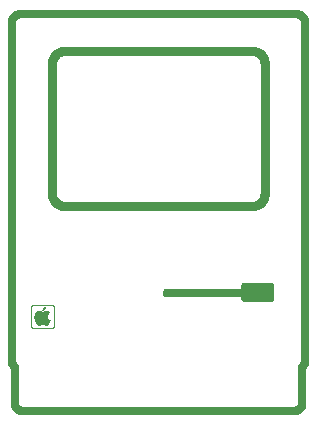
<source format=gbr>
%TF.GenerationSoftware,KiCad,Pcbnew,8.0.4*%
%TF.CreationDate,2024-10-20T23:48:37-07:00*%
%TF.ProjectId,MacSAO,4d616353-414f-42e6-9b69-6361645f7063,rev?*%
%TF.SameCoordinates,Original*%
%TF.FileFunction,Soldermask,Top*%
%TF.FilePolarity,Negative*%
%FSLAX46Y46*%
G04 Gerber Fmt 4.6, Leading zero omitted, Abs format (unit mm)*
G04 Created by KiCad (PCBNEW 8.0.4) date 2024-10-20 23:48:37*
%MOMM*%
%LPD*%
G01*
G04 APERTURE LIST*
%ADD10C,0.000000*%
%ADD11C,0.750000*%
%ADD12C,0.125000*%
%ADD13C,0.700000*%
G04 APERTURE END LIST*
D10*
G36*
X158021686Y-97603135D02*
G01*
X158022422Y-97610858D01*
X158022968Y-97618588D01*
X158023328Y-97626322D01*
X158023504Y-97634058D01*
X158023498Y-97641791D01*
X158023313Y-97649521D01*
X158022952Y-97657242D01*
X158022418Y-97664954D01*
X158021713Y-97672653D01*
X158020839Y-97680336D01*
X158019800Y-97688000D01*
X158017235Y-97703260D01*
X158014040Y-97718411D01*
X158013899Y-97719054D01*
X158013771Y-97719709D01*
X158013535Y-97721032D01*
X158013417Y-97721689D01*
X158013292Y-97722335D01*
X158013157Y-97722965D01*
X158013006Y-97723572D01*
X158012984Y-97723625D01*
X158012957Y-97723682D01*
X158012892Y-97723811D01*
X158012737Y-97724099D01*
X158012659Y-97724247D01*
X158012586Y-97724388D01*
X158012525Y-97724518D01*
X158012500Y-97724576D01*
X158012480Y-97724629D01*
X158012480Y-97725686D01*
X158011521Y-97729359D01*
X158010517Y-97733003D01*
X158009471Y-97736626D01*
X158008385Y-97740233D01*
X158006104Y-97747424D01*
X158003695Y-97754628D01*
X158003639Y-97754823D01*
X158003579Y-97755012D01*
X158003517Y-97755196D01*
X158003452Y-97755375D01*
X158003318Y-97755718D01*
X158003179Y-97756047D01*
X158002906Y-97756671D01*
X158002778Y-97756972D01*
X158002661Y-97757271D01*
X158000135Y-97764322D01*
X157997488Y-97771340D01*
X157994715Y-97778299D01*
X157993280Y-97781750D01*
X157991812Y-97785176D01*
X157991559Y-97785811D01*
X157991292Y-97786496D01*
X157990778Y-97787820D01*
X157990534Y-97788353D01*
X157990278Y-97788882D01*
X157990014Y-97789405D01*
X157989746Y-97789923D01*
X157989215Y-97790945D01*
X157988959Y-97791448D01*
X157988714Y-97791947D01*
X157988662Y-97792046D01*
X157988605Y-97792145D01*
X157988544Y-97792244D01*
X157988479Y-97792343D01*
X157988341Y-97792541D01*
X157988198Y-97792739D01*
X157988055Y-97792938D01*
X157987918Y-97793136D01*
X157987853Y-97793236D01*
X157987792Y-97793335D01*
X157987736Y-97793435D01*
X157987684Y-97793534D01*
X157984737Y-97799822D01*
X157981724Y-97806082D01*
X157978639Y-97812298D01*
X157975474Y-97818452D01*
X157972220Y-97824527D01*
X157968870Y-97830507D01*
X157965415Y-97836373D01*
X157961848Y-97842110D01*
X157961677Y-97842341D01*
X157961498Y-97842569D01*
X157961311Y-97842793D01*
X157961117Y-97843015D01*
X157960715Y-97843454D01*
X157960303Y-97843892D01*
X157959889Y-97844334D01*
X157959485Y-97844785D01*
X157959290Y-97845015D01*
X157959101Y-97845250D01*
X157958919Y-97845489D01*
X157958746Y-97845734D01*
X157954142Y-97852493D01*
X157951813Y-97855816D01*
X157949458Y-97859108D01*
X157947068Y-97862375D01*
X157944637Y-97865623D01*
X157942158Y-97868859D01*
X157939623Y-97872086D01*
X157938059Y-97873673D01*
X157932008Y-97880976D01*
X157925771Y-97888118D01*
X157919355Y-97895095D01*
X157912766Y-97901904D01*
X157906013Y-97908544D01*
X157899101Y-97915011D01*
X157892039Y-97921302D01*
X157884833Y-97927415D01*
X157884312Y-97927884D01*
X157883795Y-97928357D01*
X157882769Y-97929297D01*
X157882256Y-97929756D01*
X157881741Y-97930203D01*
X157881222Y-97930633D01*
X157880697Y-97931042D01*
X157878393Y-97932888D01*
X157876077Y-97934705D01*
X157873747Y-97936503D01*
X157871397Y-97938290D01*
X157868803Y-97940407D01*
X157868273Y-97940407D01*
X157861941Y-97945089D01*
X157855506Y-97949641D01*
X157848972Y-97954056D01*
X157842343Y-97958324D01*
X157835622Y-97962435D01*
X157828813Y-97966381D01*
X157821919Y-97970151D01*
X157814944Y-97973737D01*
X157807891Y-97977130D01*
X157800765Y-97980319D01*
X157793568Y-97983296D01*
X157786304Y-97986051D01*
X157778977Y-97988575D01*
X157771590Y-97990859D01*
X157764147Y-97992893D01*
X157756651Y-97994668D01*
X157750448Y-97996255D01*
X157747451Y-97996605D01*
X157744351Y-97997071D01*
X157737899Y-97998231D01*
X157731209Y-97999502D01*
X157724398Y-98000650D01*
X157720983Y-98001105D01*
X157717581Y-98001443D01*
X157714206Y-98001632D01*
X157710874Y-98001646D01*
X157707598Y-98001454D01*
X157704394Y-98001027D01*
X157701275Y-98000336D01*
X157699752Y-97999883D01*
X157698256Y-97999352D01*
X157698059Y-97999344D01*
X157697862Y-97999343D01*
X157697665Y-97999346D01*
X157697469Y-97999351D01*
X157697080Y-97999359D01*
X157696888Y-97999359D01*
X157696699Y-97999352D01*
X157692045Y-97995724D01*
X157691780Y-97991313D01*
X157691570Y-97986910D01*
X157691417Y-97982514D01*
X157691320Y-97978124D01*
X157691282Y-97973737D01*
X157691301Y-97969352D01*
X157691380Y-97964968D01*
X157691519Y-97960583D01*
X157691716Y-97956187D01*
X157691968Y-97951779D01*
X157692273Y-97947365D01*
X157692633Y-97942952D01*
X157693048Y-97938547D01*
X157693517Y-97934156D01*
X157694041Y-97929787D01*
X157694620Y-97925446D01*
X157694620Y-97924916D01*
X157695260Y-97920648D01*
X157695971Y-97916364D01*
X157696747Y-97912072D01*
X157697580Y-97907782D01*
X157699389Y-97899241D01*
X157701338Y-97890809D01*
X157701338Y-97889752D01*
X157703738Y-97880405D01*
X157706388Y-97871136D01*
X157709282Y-97861950D01*
X157712417Y-97852849D01*
X157715788Y-97843836D01*
X157719388Y-97834913D01*
X157723214Y-97826083D01*
X157727260Y-97817349D01*
X157731521Y-97808713D01*
X157735993Y-97800179D01*
X157740670Y-97791750D01*
X157745548Y-97783427D01*
X157750622Y-97775213D01*
X157755886Y-97767113D01*
X157761336Y-97759127D01*
X157766966Y-97751260D01*
X157767464Y-97750604D01*
X157767977Y-97749965D01*
X157769028Y-97748709D01*
X157769558Y-97748078D01*
X157770083Y-97747437D01*
X157770601Y-97746780D01*
X157770855Y-97746442D01*
X157771105Y-97746098D01*
X157771568Y-97745463D01*
X157772018Y-97744812D01*
X157772897Y-97743489D01*
X157773337Y-97742830D01*
X157773785Y-97742182D01*
X157774244Y-97741550D01*
X157774480Y-97741242D01*
X157774721Y-97740941D01*
X157775449Y-97739976D01*
X157776156Y-97738993D01*
X157777539Y-97737005D01*
X157778230Y-97736018D01*
X157778932Y-97735047D01*
X157779654Y-97734102D01*
X157780024Y-97733641D01*
X157780401Y-97733189D01*
X157785794Y-97726680D01*
X157788509Y-97723470D01*
X157791248Y-97720289D01*
X157794020Y-97717139D01*
X157796833Y-97714018D01*
X157799696Y-97710928D01*
X157802618Y-97707867D01*
X157803152Y-97707337D01*
X157806160Y-97704295D01*
X157809241Y-97701248D01*
X157812382Y-97698209D01*
X157815569Y-97695191D01*
X157818786Y-97692206D01*
X157822018Y-97689267D01*
X157825253Y-97686387D01*
X157828474Y-97683579D01*
X157828542Y-97683527D01*
X157828608Y-97683469D01*
X157828673Y-97683407D01*
X157828737Y-97683341D01*
X157828800Y-97683271D01*
X157828863Y-97683200D01*
X157828986Y-97683052D01*
X157829111Y-97682905D01*
X157829173Y-97682833D01*
X157829237Y-97682763D01*
X157829302Y-97682697D01*
X157829368Y-97682634D01*
X157829435Y-97682575D01*
X157829504Y-97682522D01*
X157831265Y-97681041D01*
X157833050Y-97679590D01*
X157834854Y-97678163D01*
X157836672Y-97676753D01*
X157843973Y-97671143D01*
X157850635Y-97665885D01*
X157852306Y-97664589D01*
X157853988Y-97663307D01*
X157855688Y-97662044D01*
X157857409Y-97660802D01*
X157857600Y-97660691D01*
X157857846Y-97660562D01*
X157858429Y-97660273D01*
X157859018Y-97659984D01*
X157859271Y-97659855D01*
X157859472Y-97659745D01*
X157859605Y-97659612D01*
X157859737Y-97659480D01*
X157859869Y-97659348D01*
X157859934Y-97659282D01*
X157859999Y-97659215D01*
X157863343Y-97656896D01*
X157866709Y-97654607D01*
X157870098Y-97652350D01*
X157873509Y-97650129D01*
X157876944Y-97647945D01*
X157880401Y-97645801D01*
X157883883Y-97643700D01*
X157887388Y-97641644D01*
X157894517Y-97637549D01*
X157901686Y-97633577D01*
X157905300Y-97631648D01*
X157908941Y-97629763D01*
X157912614Y-97627926D01*
X157916327Y-97626141D01*
X157916857Y-97626141D01*
X157917122Y-97625878D01*
X157917253Y-97625745D01*
X157917383Y-97625611D01*
X157921227Y-97623866D01*
X157925115Y-97622196D01*
X157929038Y-97620590D01*
X157932988Y-97619040D01*
X157940941Y-97616068D01*
X157948908Y-97613202D01*
X157951502Y-97612145D01*
X157959903Y-97609334D01*
X157968384Y-97606719D01*
X157976942Y-97604309D01*
X157985573Y-97602112D01*
X157994272Y-97600135D01*
X158003037Y-97598386D01*
X158011865Y-97596875D01*
X158020750Y-97595608D01*
X158020750Y-97595585D01*
X158020751Y-97595562D01*
X158020753Y-97595515D01*
X158020755Y-97595468D01*
X158020758Y-97595421D01*
X158021686Y-97603135D01*
G37*
G36*
X177158652Y-95598974D02*
G01*
X177167180Y-95600250D01*
X177175574Y-95602353D01*
X177183825Y-95605262D01*
X177191923Y-95608957D01*
X177199857Y-95613417D01*
X177207618Y-95618622D01*
X177215196Y-95624553D01*
X177229763Y-95638509D01*
X177243479Y-95655123D01*
X177256264Y-95674233D01*
X177268040Y-95695678D01*
X177278727Y-95719295D01*
X177288246Y-95744924D01*
X177296517Y-95772401D01*
X177303463Y-95801565D01*
X177309003Y-95832255D01*
X177313058Y-95864309D01*
X177315549Y-95897565D01*
X177316397Y-95931861D01*
X177316397Y-96867202D01*
X177316183Y-96884468D01*
X177315549Y-96901492D01*
X177314504Y-96918253D01*
X177313058Y-96934731D01*
X177311221Y-96950907D01*
X177309003Y-96966759D01*
X177306413Y-96982269D01*
X177303463Y-96997416D01*
X177300161Y-97012180D01*
X177296517Y-97026541D01*
X177292542Y-97040480D01*
X177288246Y-97053975D01*
X177283637Y-97067007D01*
X177278727Y-97079556D01*
X177273524Y-97091602D01*
X177268040Y-97103125D01*
X177262283Y-97114105D01*
X177256264Y-97124521D01*
X177249993Y-97134355D01*
X177243479Y-97143585D01*
X177236732Y-97152191D01*
X177229763Y-97160155D01*
X177222581Y-97167455D01*
X177215196Y-97174072D01*
X177207618Y-97179985D01*
X177199857Y-97185175D01*
X177191923Y-97189621D01*
X177183825Y-97193304D01*
X177175574Y-97196203D01*
X177167180Y-97198299D01*
X177158652Y-97199571D01*
X177150000Y-97200000D01*
X174697458Y-97200000D01*
X174688788Y-97199570D01*
X174680208Y-97198293D01*
X174671730Y-97196190D01*
X174663365Y-97193282D01*
X174655127Y-97189587D01*
X174647027Y-97185127D01*
X174639078Y-97179921D01*
X174631291Y-97173990D01*
X174616255Y-97160034D01*
X174602015Y-97143419D01*
X174588670Y-97124309D01*
X174576315Y-97102864D01*
X174565050Y-97079247D01*
X174554971Y-97053619D01*
X174546176Y-97026141D01*
X174538761Y-96996977D01*
X174532825Y-96966287D01*
X174528464Y-96934234D01*
X174525776Y-96900978D01*
X174524859Y-96866683D01*
X174524859Y-96815524D01*
X168099413Y-96815524D01*
X168089656Y-96815161D01*
X168080051Y-96814083D01*
X168070609Y-96812307D01*
X168061339Y-96809850D01*
X168052252Y-96806730D01*
X168043359Y-96802962D01*
X168034669Y-96798565D01*
X168026194Y-96793556D01*
X168017943Y-96787951D01*
X168009926Y-96781767D01*
X168002155Y-96775022D01*
X167994639Y-96767733D01*
X167980415Y-96751589D01*
X167967337Y-96733473D01*
X167955488Y-96713520D01*
X167944950Y-96691866D01*
X167935806Y-96668649D01*
X167928139Y-96644005D01*
X167922032Y-96618070D01*
X167917568Y-96590981D01*
X167914828Y-96562874D01*
X167913897Y-96533885D01*
X167913897Y-96424849D01*
X167914131Y-96410253D01*
X167914828Y-96395861D01*
X167915977Y-96381688D01*
X167917568Y-96367753D01*
X167919590Y-96354073D01*
X167922032Y-96340664D01*
X167924886Y-96327544D01*
X167928139Y-96314729D01*
X167931783Y-96302237D01*
X167935806Y-96290085D01*
X167940199Y-96278289D01*
X167944950Y-96266868D01*
X167950050Y-96255837D01*
X167955488Y-96245215D01*
X167961254Y-96235017D01*
X167967337Y-96225262D01*
X167973728Y-96215965D01*
X167980415Y-96207145D01*
X167987389Y-96198818D01*
X167994639Y-96191001D01*
X168002155Y-96183712D01*
X168009926Y-96176967D01*
X168017943Y-96170783D01*
X168026194Y-96165178D01*
X168034669Y-96160169D01*
X168043359Y-96155772D01*
X168052252Y-96152005D01*
X168061339Y-96148884D01*
X168070609Y-96146427D01*
X168080051Y-96144652D01*
X168089656Y-96143573D01*
X168099413Y-96143210D01*
X174524859Y-96143210D01*
X174524859Y-95938056D01*
X174525068Y-95921637D01*
X174525690Y-95905442D01*
X174526714Y-95889488D01*
X174528130Y-95873792D01*
X174529926Y-95858371D01*
X174532093Y-95843241D01*
X174534620Y-95828419D01*
X174537496Y-95813923D01*
X174540710Y-95799769D01*
X174544254Y-95785974D01*
X174548115Y-95772554D01*
X174552283Y-95759527D01*
X174556749Y-95746909D01*
X174561500Y-95734717D01*
X174566528Y-95722969D01*
X174571821Y-95711680D01*
X174577369Y-95700868D01*
X174583161Y-95690549D01*
X174589187Y-95680741D01*
X174595436Y-95671459D01*
X174601898Y-95662722D01*
X174608562Y-95654546D01*
X174615419Y-95646947D01*
X174622456Y-95639943D01*
X174629664Y-95633550D01*
X174637033Y-95627785D01*
X174644552Y-95622665D01*
X174652209Y-95618207D01*
X174659996Y-95614428D01*
X174667901Y-95611344D01*
X174675913Y-95608972D01*
X174684023Y-95607329D01*
X174686347Y-95606319D01*
X174688681Y-95605364D01*
X174691025Y-95604465D01*
X174693378Y-95603623D01*
X174695740Y-95602841D01*
X174698112Y-95602119D01*
X174700492Y-95601459D01*
X174702881Y-95600862D01*
X174705278Y-95600331D01*
X174707683Y-95599865D01*
X174710095Y-95599468D01*
X174712516Y-95599139D01*
X174714943Y-95598881D01*
X174717377Y-95598695D01*
X174719818Y-95598582D01*
X174722265Y-95598544D01*
X177150000Y-95598544D01*
X177158652Y-95598974D01*
G37*
D11*
X175511484Y-75985570D02*
X175565009Y-75989454D01*
X175617712Y-75995853D01*
X175669532Y-76004703D01*
X175720404Y-76015943D01*
X175770266Y-76029511D01*
X175819053Y-76045346D01*
X175866702Y-76063385D01*
X175913151Y-76083566D01*
X175958336Y-76105827D01*
X176002193Y-76130108D01*
X176044659Y-76156344D01*
X176085671Y-76184476D01*
X176125166Y-76214440D01*
X176163080Y-76246176D01*
X176199349Y-76279620D01*
X176233911Y-76314711D01*
X176266703Y-76351388D01*
X176297660Y-76389587D01*
X176326720Y-76429248D01*
X176353818Y-76470309D01*
X176378893Y-76512707D01*
X176401880Y-76556380D01*
X176422717Y-76601267D01*
X176441339Y-76647306D01*
X176457684Y-76694435D01*
X176471687Y-76742592D01*
X176483287Y-76791714D01*
X176492420Y-76841741D01*
X176499021Y-76892610D01*
X176503028Y-76944259D01*
X176504378Y-76996627D01*
X176504378Y-88084006D01*
X176503028Y-88136390D01*
X176499021Y-88188089D01*
X176492420Y-88239039D01*
X176483287Y-88289176D01*
X176471687Y-88338436D01*
X176457684Y-88386755D01*
X176441339Y-88434068D01*
X176422717Y-88480311D01*
X176401880Y-88525420D01*
X176378893Y-88569332D01*
X176353818Y-88611982D01*
X176326720Y-88653305D01*
X176297660Y-88693238D01*
X176266703Y-88731716D01*
X176233911Y-88768675D01*
X176199349Y-88804052D01*
X176163080Y-88837782D01*
X176125166Y-88869800D01*
X176085671Y-88900043D01*
X176044659Y-88928447D01*
X176002193Y-88954947D01*
X175958336Y-88979479D01*
X175913151Y-89001979D01*
X175866702Y-89022384D01*
X175819053Y-89040628D01*
X175770266Y-89056647D01*
X175720404Y-89070378D01*
X175669532Y-89081757D01*
X175617712Y-89090718D01*
X175565009Y-89097199D01*
X175511484Y-89101134D01*
X175457202Y-89102460D01*
X159566546Y-89102460D01*
X159512247Y-89101134D01*
X159458672Y-89097199D01*
X159405886Y-89090718D01*
X159353956Y-89081757D01*
X159302946Y-89070378D01*
X159252923Y-89056647D01*
X159203952Y-89040628D01*
X159156098Y-89022384D01*
X159109427Y-89001979D01*
X159064005Y-88979479D01*
X159019896Y-88954947D01*
X158977168Y-88928447D01*
X158935885Y-88900043D01*
X158896112Y-88869800D01*
X158857916Y-88837782D01*
X158821362Y-88804052D01*
X158786515Y-88768675D01*
X158753441Y-88731716D01*
X158722206Y-88693238D01*
X158692876Y-88653305D01*
X158665514Y-88611982D01*
X158640188Y-88569332D01*
X158616963Y-88525420D01*
X158595905Y-88480311D01*
X158577078Y-88434068D01*
X158560549Y-88386755D01*
X158546383Y-88338436D01*
X158534645Y-88289176D01*
X158525402Y-88239039D01*
X158518719Y-88188089D01*
X158514660Y-88136390D01*
X158513293Y-88084006D01*
X158513293Y-76996627D01*
X158514491Y-76947496D01*
X158518049Y-76898965D01*
X158523913Y-76851089D01*
X158532030Y-76803920D01*
X158542347Y-76757509D01*
X158554810Y-76711911D01*
X158569366Y-76667178D01*
X158585961Y-76623363D01*
X158604541Y-76580518D01*
X158625054Y-76538696D01*
X158647445Y-76497950D01*
X158671662Y-76458333D01*
X158697651Y-76419898D01*
X158725358Y-76382696D01*
X158754730Y-76346782D01*
X158785714Y-76312207D01*
X158818255Y-76279025D01*
X158852301Y-76247288D01*
X158887798Y-76217049D01*
X158924693Y-76188360D01*
X158962932Y-76161275D01*
X159002461Y-76135847D01*
X159043228Y-76112127D01*
X159085178Y-76090170D01*
X159128259Y-76070026D01*
X159172416Y-76051750D01*
X159217597Y-76035394D01*
X159263748Y-76021011D01*
X159310815Y-76008654D01*
X159358745Y-75998374D01*
X159407485Y-75990226D01*
X159456981Y-75984262D01*
X175457202Y-75984262D01*
X175511484Y-75985570D01*
D10*
G36*
X158036754Y-97970267D02*
G01*
X158036740Y-97970273D01*
X158036711Y-97970286D01*
X158036684Y-97970299D01*
X158036658Y-97970311D01*
X158044820Y-97970431D01*
X158052988Y-97970728D01*
X158061156Y-97971197D01*
X158069318Y-97971836D01*
X158077466Y-97972639D01*
X158085595Y-97973604D01*
X158093697Y-97974725D01*
X158101767Y-97975999D01*
X158106421Y-97977055D01*
X158114172Y-97978116D01*
X158114301Y-97978163D01*
X158114430Y-97978208D01*
X158114687Y-97978289D01*
X158114943Y-97978361D01*
X158115200Y-97978425D01*
X158115457Y-97978483D01*
X158115714Y-97978537D01*
X158116228Y-97978642D01*
X158116556Y-97978733D01*
X158116881Y-97978811D01*
X158117204Y-97978878D01*
X158117527Y-97978939D01*
X158118173Y-97979051D01*
X158118499Y-97979109D01*
X158118826Y-97979172D01*
X158122973Y-97980077D01*
X158127116Y-97980954D01*
X158131249Y-97981847D01*
X158135363Y-97982796D01*
X158138365Y-97983576D01*
X158141355Y-97984402D01*
X158144334Y-97985269D01*
X158147303Y-97986171D01*
X158153224Y-97988060D01*
X158159132Y-97990021D01*
X158159300Y-97990074D01*
X158159466Y-97990131D01*
X158159631Y-97990194D01*
X158159795Y-97990260D01*
X158160118Y-97990401D01*
X158160440Y-97990548D01*
X158160760Y-97990696D01*
X158161081Y-97990837D01*
X158161242Y-97990904D01*
X158161403Y-97990967D01*
X158161566Y-97991025D01*
X158161730Y-97991078D01*
X158163126Y-97991551D01*
X158164546Y-97992050D01*
X158167425Y-97993102D01*
X158173098Y-97995206D01*
X158173624Y-97995206D01*
X158173689Y-97995253D01*
X158173754Y-97995297D01*
X158173819Y-97995339D01*
X158173884Y-97995379D01*
X158173949Y-97995417D01*
X158174013Y-97995452D01*
X158174078Y-97995486D01*
X158174143Y-97995517D01*
X158174272Y-97995577D01*
X158174400Y-97995632D01*
X158174529Y-97995683D01*
X158174658Y-97995732D01*
X158182409Y-97998376D01*
X158182936Y-97998376D01*
X158187586Y-98000493D01*
X158192706Y-98002597D01*
X158197770Y-98004749D01*
X158202785Y-98006956D01*
X158207759Y-98009227D01*
X158212698Y-98011568D01*
X158217610Y-98013987D01*
X158222500Y-98016493D01*
X158227377Y-98019093D01*
X158228946Y-98019961D01*
X158230508Y-98020852D01*
X158233612Y-98022679D01*
X158236699Y-98024526D01*
X158239779Y-98026345D01*
X158244758Y-98029347D01*
X158249693Y-98032409D01*
X158254579Y-98035542D01*
X158259413Y-98038754D01*
X158259947Y-98038754D01*
X158262007Y-98040341D01*
X158262106Y-98040393D01*
X158262206Y-98040451D01*
X158262305Y-98040513D01*
X158262404Y-98040580D01*
X158262601Y-98040721D01*
X158262797Y-98040868D01*
X158262992Y-98041015D01*
X158263186Y-98041157D01*
X158263282Y-98041224D01*
X158263377Y-98041286D01*
X158263473Y-98041345D01*
X158263567Y-98041398D01*
X158263699Y-98041531D01*
X158263831Y-98041663D01*
X158264097Y-98041928D01*
X158264628Y-98042454D01*
X158266995Y-98044125D01*
X158269354Y-98045821D01*
X158274037Y-98049279D01*
X158278665Y-98052811D01*
X158283228Y-98056401D01*
X158289432Y-98061388D01*
X158292526Y-98063912D01*
X158295601Y-98066464D01*
X158298648Y-98069049D01*
X158301656Y-98071673D01*
X158304615Y-98074342D01*
X158307516Y-98077061D01*
X158309393Y-98078877D01*
X158311237Y-98080711D01*
X158313057Y-98082563D01*
X158314857Y-98084431D01*
X158318423Y-98088210D01*
X158321985Y-98092038D01*
X158323035Y-98093189D01*
X158324068Y-98094345D01*
X158325094Y-98095511D01*
X158326124Y-98096692D01*
X158327941Y-98097943D01*
X158329651Y-98099214D01*
X158331258Y-98100504D01*
X158332764Y-98101812D01*
X158334170Y-98103136D01*
X158335479Y-98104475D01*
X158336694Y-98105828D01*
X158337815Y-98107193D01*
X158338846Y-98108569D01*
X158339787Y-98109954D01*
X158340643Y-98111348D01*
X158341414Y-98112748D01*
X158342102Y-98114154D01*
X158342710Y-98115563D01*
X158343241Y-98116976D01*
X158343695Y-98118390D01*
X158346619Y-98122231D01*
X158349488Y-98126040D01*
X158350901Y-98127958D01*
X158352302Y-98129899D01*
X158353689Y-98131874D01*
X158355063Y-98133893D01*
X158353414Y-98136518D01*
X158351736Y-98139072D01*
X158350028Y-98141554D01*
X158348290Y-98143965D01*
X158346522Y-98146305D01*
X158344725Y-98148574D01*
X158342897Y-98150774D01*
X158341039Y-98152904D01*
X158339152Y-98154965D01*
X158337234Y-98156957D01*
X158335286Y-98158880D01*
X158333307Y-98160735D01*
X158331299Y-98162522D01*
X158329260Y-98164242D01*
X158327190Y-98165895D01*
X158325091Y-98167481D01*
X158323715Y-98168471D01*
X158322320Y-98169439D01*
X158320911Y-98170382D01*
X158319488Y-98171301D01*
X158318056Y-98172193D01*
X158316615Y-98173058D01*
X158315170Y-98173895D01*
X158313723Y-98174702D01*
X158313189Y-98174702D01*
X158310114Y-98176223D01*
X158308548Y-98177008D01*
X158306990Y-98177800D01*
X158306887Y-98177852D01*
X158306787Y-98177911D01*
X158306688Y-98177974D01*
X158306591Y-98178041D01*
X158306495Y-98178111D01*
X158306400Y-98178184D01*
X158306211Y-98178333D01*
X158306022Y-98178481D01*
X158305927Y-98178553D01*
X158305831Y-98178622D01*
X158305733Y-98178688D01*
X158305634Y-98178750D01*
X158305533Y-98178806D01*
X158305430Y-98178857D01*
X158291768Y-98192060D01*
X158278531Y-98205645D01*
X158272111Y-98212607D01*
X158265843Y-98219694D01*
X158259743Y-98226918D01*
X158253828Y-98234289D01*
X158248112Y-98241817D01*
X158242611Y-98249513D01*
X158237340Y-98257386D01*
X158232316Y-98265447D01*
X158227554Y-98273707D01*
X158223069Y-98282175D01*
X158218878Y-98290862D01*
X158214995Y-98299779D01*
X158205728Y-98322099D01*
X158198023Y-98344984D01*
X158191863Y-98368337D01*
X158187230Y-98392061D01*
X158184107Y-98416059D01*
X158182477Y-98440234D01*
X158182322Y-98464487D01*
X158183625Y-98488723D01*
X158186368Y-98512844D01*
X158190535Y-98536752D01*
X158196108Y-98560351D01*
X158203069Y-98583543D01*
X158211401Y-98606231D01*
X158221087Y-98628318D01*
X158232110Y-98649707D01*
X158244452Y-98670300D01*
X158248605Y-98676471D01*
X158252918Y-98682499D01*
X158257386Y-98688390D01*
X158262000Y-98694145D01*
X158266757Y-98699770D01*
X158271648Y-98705267D01*
X158276668Y-98710640D01*
X158281810Y-98715892D01*
X158287070Y-98721029D01*
X158292439Y-98726052D01*
X158297912Y-98730965D01*
X158303482Y-98735773D01*
X158309144Y-98740478D01*
X158314892Y-98745085D01*
X158326616Y-98754018D01*
X158332235Y-98756739D01*
X158337659Y-98759548D01*
X158342874Y-98762447D01*
X158345399Y-98763930D01*
X158347868Y-98765435D01*
X158350278Y-98766963D01*
X158352628Y-98768514D01*
X158354916Y-98770088D01*
X158357141Y-98771685D01*
X158359300Y-98773305D01*
X158361394Y-98774948D01*
X158363419Y-98776615D01*
X158365374Y-98778306D01*
X158366741Y-98778955D01*
X158368073Y-98779613D01*
X158369370Y-98780281D01*
X158370631Y-98780961D01*
X158371858Y-98781651D01*
X158373048Y-98782354D01*
X158374203Y-98783069D01*
X158375322Y-98783797D01*
X158376404Y-98784540D01*
X158377450Y-98785297D01*
X158378459Y-98786070D01*
X158379431Y-98786858D01*
X158380366Y-98787663D01*
X158381263Y-98788486D01*
X158382123Y-98789326D01*
X158382944Y-98790185D01*
X158387206Y-98792655D01*
X158391456Y-98795151D01*
X158395714Y-98797617D01*
X158397852Y-98798822D01*
X158400000Y-98800000D01*
X158399685Y-98802079D01*
X158399345Y-98804153D01*
X158398595Y-98808287D01*
X158397773Y-98812412D01*
X158396898Y-98816537D01*
X158397337Y-98818323D01*
X158397679Y-98820146D01*
X158397921Y-98822006D01*
X158398061Y-98823904D01*
X158398095Y-98825843D01*
X158398021Y-98827822D01*
X158397837Y-98829843D01*
X158397538Y-98831907D01*
X158397122Y-98834016D01*
X158396587Y-98836171D01*
X158395929Y-98838373D01*
X158395145Y-98840622D01*
X158394233Y-98842921D01*
X158393189Y-98845270D01*
X158392011Y-98847671D01*
X158390696Y-98850125D01*
X158390033Y-98852806D01*
X158389268Y-98855516D01*
X158388402Y-98858253D01*
X158387435Y-98861017D01*
X158386366Y-98863807D01*
X158385196Y-98866624D01*
X158383925Y-98869466D01*
X158382554Y-98872334D01*
X158381081Y-98875226D01*
X158379508Y-98878142D01*
X158377834Y-98881082D01*
X158376060Y-98884045D01*
X158374185Y-98887030D01*
X158372210Y-98890038D01*
X158370135Y-98893068D01*
X158367960Y-98896119D01*
X158367689Y-98896701D01*
X158367432Y-98897279D01*
X158366937Y-98898434D01*
X158366438Y-98899595D01*
X158366175Y-98900181D01*
X158365896Y-98900773D01*
X158361143Y-98910406D01*
X158356213Y-98920110D01*
X158351087Y-98929834D01*
X158348444Y-98934689D01*
X158345743Y-98939530D01*
X158345213Y-98940060D01*
X158342514Y-98946911D01*
X158339672Y-98953709D01*
X158336691Y-98960433D01*
X158333576Y-98967064D01*
X158330334Y-98973581D01*
X158326969Y-98979965D01*
X158323486Y-98986196D01*
X158319891Y-98992253D01*
X158317086Y-98997661D01*
X158315641Y-99000310D01*
X158314164Y-99002918D01*
X158312655Y-99005484D01*
X158311112Y-99008002D01*
X158309535Y-99010472D01*
X158307921Y-99012889D01*
X158306269Y-99015250D01*
X158304578Y-99017553D01*
X158302847Y-99019795D01*
X158301074Y-99021972D01*
X158299258Y-99024082D01*
X158297397Y-99026121D01*
X158295490Y-99028087D01*
X158293535Y-99029977D01*
X158288054Y-99038532D01*
X158282466Y-99047029D01*
X158276777Y-99055464D01*
X158270993Y-99063835D01*
X158265121Y-99072141D01*
X158259165Y-99080378D01*
X158253131Y-99088545D01*
X158247027Y-99096638D01*
X158236671Y-99110818D01*
X158226039Y-99124733D01*
X158215087Y-99138317D01*
X158209478Y-99144964D01*
X158203772Y-99151504D01*
X158197965Y-99157928D01*
X158192051Y-99164228D01*
X158186024Y-99170395D01*
X158179879Y-99176422D01*
X158173610Y-99182300D01*
X158167213Y-99188020D01*
X158160681Y-99193575D01*
X158154009Y-99198956D01*
X158153096Y-99199789D01*
X158152194Y-99200636D01*
X158150406Y-99202349D01*
X158149511Y-99203203D01*
X158148611Y-99204046D01*
X158147701Y-99204875D01*
X158146776Y-99205682D01*
X158142157Y-99209453D01*
X158137446Y-99213055D01*
X158132647Y-99216488D01*
X158127765Y-99219752D01*
X158122804Y-99222849D01*
X158117766Y-99225778D01*
X158112657Y-99228540D01*
X158107480Y-99231136D01*
X158102239Y-99233566D01*
X158096939Y-99235832D01*
X158091582Y-99237932D01*
X158086172Y-99239869D01*
X158080715Y-99241642D01*
X158075213Y-99243253D01*
X158069671Y-99244701D01*
X158064093Y-99245988D01*
X158059263Y-99247190D01*
X158054449Y-99248223D01*
X158049651Y-99249089D01*
X158044868Y-99249796D01*
X158040101Y-99250347D01*
X158035349Y-99250747D01*
X158030613Y-99251002D01*
X158025892Y-99251117D01*
X158021185Y-99251096D01*
X158016493Y-99250945D01*
X158011816Y-99250668D01*
X158007154Y-99250270D01*
X158002506Y-99249757D01*
X157997872Y-99249133D01*
X157993252Y-99248404D01*
X157988646Y-99247575D01*
X157979859Y-99246166D01*
X157971115Y-99244420D01*
X157962428Y-99242339D01*
X157953816Y-99239922D01*
X157945294Y-99237170D01*
X157936879Y-99234084D01*
X157932716Y-99232415D01*
X157928586Y-99230664D01*
X157924490Y-99228829D01*
X157920431Y-99226910D01*
X157881605Y-99211662D01*
X157871846Y-99207971D01*
X157862060Y-99204427D01*
X157852246Y-99201078D01*
X157842402Y-99197972D01*
X157833265Y-99195855D01*
X157824051Y-99193983D01*
X157814774Y-99192352D01*
X157805450Y-99190956D01*
X157796094Y-99189791D01*
X157786721Y-99188851D01*
X157777348Y-99188133D01*
X157767988Y-99187630D01*
X157767146Y-99187652D01*
X157766305Y-99187646D01*
X157764628Y-99187595D01*
X157763790Y-99187570D01*
X157762952Y-99187561D01*
X157762112Y-99187578D01*
X157761692Y-99187599D01*
X157761271Y-99187630D01*
X157760229Y-99187522D01*
X157759192Y-99187437D01*
X157758158Y-99187371D01*
X157757127Y-99187317D01*
X157755066Y-99187221D01*
X157754035Y-99187166D01*
X157753000Y-99187100D01*
X157741294Y-99187310D01*
X157729585Y-99187877D01*
X157717886Y-99188796D01*
X157706208Y-99190060D01*
X157694567Y-99191666D01*
X157682973Y-99193608D01*
X157671441Y-99195881D01*
X157659983Y-99198479D01*
X157649117Y-99201816D01*
X157638323Y-99205431D01*
X157627586Y-99209272D01*
X157616891Y-99213285D01*
X157574202Y-99230004D01*
X157572646Y-99230753D01*
X157571095Y-99231524D01*
X157567999Y-99233102D01*
X157562226Y-99235531D01*
X157556376Y-99237805D01*
X157550454Y-99239930D01*
X157544465Y-99241914D01*
X157538415Y-99243766D01*
X157532307Y-99245493D01*
X157526148Y-99247103D01*
X157519942Y-99248604D01*
X157518260Y-99249194D01*
X157516583Y-99249760D01*
X157515744Y-99250026D01*
X157514905Y-99250277D01*
X157514065Y-99250508D01*
X157513224Y-99250718D01*
X157512586Y-99250808D01*
X157511941Y-99250885D01*
X157511292Y-99250951D01*
X157510641Y-99251010D01*
X157509339Y-99251122D01*
X157508694Y-99251181D01*
X157508055Y-99251248D01*
X157501900Y-99252317D01*
X157495722Y-99253224D01*
X157489526Y-99253971D01*
X157483316Y-99254561D01*
X157477098Y-99254994D01*
X157470876Y-99255273D01*
X157464657Y-99255400D01*
X157458445Y-99255376D01*
X157456775Y-99255362D01*
X157455094Y-99255323D01*
X157451717Y-99255192D01*
X157445009Y-99254845D01*
X157444815Y-99254841D01*
X157444622Y-99254827D01*
X157444429Y-99254805D01*
X157444236Y-99254777D01*
X157444044Y-99254743D01*
X157443852Y-99254705D01*
X157443467Y-99254619D01*
X157443082Y-99254528D01*
X157442694Y-99254441D01*
X157442499Y-99254402D01*
X157442303Y-99254367D01*
X157442106Y-99254338D01*
X157441908Y-99254315D01*
X157437092Y-99253969D01*
X157432299Y-99253544D01*
X157427532Y-99253010D01*
X157422793Y-99252335D01*
X157418086Y-99251487D01*
X157415746Y-99250988D01*
X157413414Y-99250435D01*
X157411092Y-99249823D01*
X157408779Y-99249148D01*
X157406477Y-99248406D01*
X157404185Y-99247594D01*
X157401741Y-99246523D01*
X157399315Y-99245416D01*
X157396904Y-99244277D01*
X157394509Y-99243113D01*
X157389761Y-99240729D01*
X157385065Y-99238309D01*
X157384531Y-99238309D01*
X157383196Y-99237589D01*
X157381890Y-99236845D01*
X157380604Y-99236080D01*
X157379330Y-99235300D01*
X157376787Y-99233712D01*
X157374197Y-99232117D01*
X157373289Y-99231611D01*
X157372380Y-99231116D01*
X157370565Y-99230134D01*
X157369659Y-99229631D01*
X157368757Y-99229111D01*
X157367857Y-99228567D01*
X157366961Y-99227990D01*
X157366438Y-99227460D01*
X157362134Y-99224832D01*
X157357816Y-99222166D01*
X157355671Y-99220810D01*
X157353545Y-99219436D01*
X157351447Y-99218038D01*
X157349383Y-99216614D01*
X157349322Y-99216568D01*
X157349260Y-99216525D01*
X157349197Y-99216487D01*
X157349132Y-99216452D01*
X157349066Y-99216419D01*
X157349000Y-99216389D01*
X157348866Y-99216334D01*
X157348732Y-99216280D01*
X157348599Y-99216223D01*
X157348535Y-99216193D01*
X157348471Y-99216160D01*
X157348409Y-99216124D01*
X157348349Y-99216084D01*
X157347806Y-99215691D01*
X157347273Y-99215288D01*
X157346227Y-99214459D01*
X157345202Y-99213606D01*
X157344190Y-99212741D01*
X157342166Y-99211014D01*
X157341136Y-99210173D01*
X157340613Y-99209764D01*
X157340082Y-99209363D01*
X157338005Y-99207811D01*
X157335926Y-99206275D01*
X157333857Y-99204735D01*
X157332831Y-99203956D01*
X157331812Y-99203168D01*
X157328753Y-99200693D01*
X157325722Y-99198188D01*
X157322717Y-99195653D01*
X157319737Y-99193086D01*
X157316781Y-99190489D01*
X157313847Y-99187860D01*
X157310935Y-99185199D01*
X157308043Y-99182507D01*
X157307056Y-99181568D01*
X157306079Y-99180619D01*
X157304146Y-99178690D01*
X157300291Y-99174756D01*
X157293276Y-99167729D01*
X157289801Y-99164165D01*
X157286353Y-99160567D01*
X157282936Y-99156934D01*
X157279552Y-99153265D01*
X157276207Y-99149560D01*
X157272902Y-99145817D01*
X157270838Y-99143700D01*
X157264219Y-99135898D01*
X157257723Y-99127962D01*
X157251337Y-99119913D01*
X157245053Y-99111767D01*
X157238859Y-99103544D01*
X157232745Y-99095261D01*
X157220713Y-99078587D01*
X157220406Y-99078216D01*
X157220084Y-99077839D01*
X157219416Y-99077069D01*
X157219079Y-99076678D01*
X157218747Y-99076285D01*
X157218426Y-99075890D01*
X157218119Y-99075494D01*
X157212465Y-99067462D01*
X157206915Y-99059484D01*
X157195902Y-99043454D01*
X157195125Y-99043457D01*
X157194349Y-99043451D01*
X157193574Y-99043446D01*
X157193187Y-99043448D01*
X157192801Y-99043454D01*
X157184530Y-99030011D01*
X157183000Y-99027513D01*
X157181496Y-99025004D01*
X157178538Y-99019961D01*
X157172648Y-99009850D01*
X157172575Y-99009702D01*
X157172506Y-99009554D01*
X157172375Y-99009261D01*
X157172133Y-99008695D01*
X157172013Y-99008429D01*
X157171952Y-99008301D01*
X157171890Y-99008178D01*
X157171826Y-99008060D01*
X157171760Y-99007946D01*
X157171690Y-99007839D01*
X157171618Y-99007737D01*
X157170054Y-99005620D01*
X157169391Y-99004457D01*
X157168747Y-99003303D01*
X157167460Y-99000966D01*
X157166420Y-98999446D01*
X157166156Y-98999054D01*
X157165896Y-98998660D01*
X157165643Y-98998265D01*
X157165400Y-98997868D01*
X157165224Y-98997557D01*
X157165053Y-98997241D01*
X157164726Y-98996593D01*
X157164410Y-98995933D01*
X157164101Y-98995268D01*
X157163792Y-98994605D01*
X157163476Y-98993952D01*
X157163148Y-98993317D01*
X157162978Y-98993008D01*
X157162802Y-98992707D01*
X157154805Y-98979370D01*
X157147005Y-98965916D01*
X157143203Y-98959128D01*
X157139481Y-98952292D01*
X157135848Y-98945400D01*
X157132315Y-98938447D01*
X157132230Y-98938262D01*
X157132153Y-98938076D01*
X157132084Y-98937888D01*
X157132020Y-98937698D01*
X157131905Y-98937316D01*
X157131800Y-98936928D01*
X157131695Y-98936538D01*
X157131580Y-98936144D01*
X157131516Y-98935947D01*
X157131447Y-98935749D01*
X157131370Y-98935551D01*
X157131285Y-98935353D01*
X157126192Y-98926457D01*
X157121313Y-98917622D01*
X157116706Y-98908879D01*
X157112429Y-98900259D01*
X157108539Y-98891795D01*
X157106756Y-98887632D01*
X157105093Y-98883519D01*
X157103554Y-98879462D01*
X157102149Y-98875463D01*
X157100883Y-98871527D01*
X157099764Y-98867657D01*
X157088165Y-98839846D01*
X157077310Y-98811734D01*
X157067235Y-98783343D01*
X157057974Y-98754694D01*
X157049563Y-98725812D01*
X157042038Y-98696716D01*
X157035434Y-98667431D01*
X157029786Y-98637977D01*
X157025130Y-98608377D01*
X157021502Y-98578653D01*
X157018936Y-98548828D01*
X157017467Y-98518922D01*
X157017133Y-98488960D01*
X157017967Y-98458962D01*
X157020005Y-98428951D01*
X157023283Y-98398949D01*
X157025402Y-98383248D01*
X157027977Y-98367545D01*
X157031007Y-98351862D01*
X157034488Y-98336221D01*
X157038419Y-98320644D01*
X157042798Y-98305151D01*
X157047620Y-98289766D01*
X157052885Y-98274509D01*
X157058589Y-98259403D01*
X157064730Y-98244468D01*
X157071305Y-98229727D01*
X157078313Y-98215202D01*
X157085750Y-98200914D01*
X157093614Y-98186884D01*
X157101903Y-98173135D01*
X157110613Y-98159688D01*
X157111756Y-98157858D01*
X157112919Y-98156048D01*
X157115267Y-98152466D01*
X157116166Y-98151157D01*
X157117061Y-98149836D01*
X157117510Y-98149182D01*
X157117963Y-98148539D01*
X157118420Y-98147912D01*
X157118883Y-98147305D01*
X157123231Y-98140998D01*
X157127705Y-98134797D01*
X157132304Y-98128702D01*
X157137024Y-98122714D01*
X157141866Y-98116835D01*
X157146827Y-98111063D01*
X157151905Y-98105401D01*
X157157098Y-98099849D01*
X157162405Y-98094407D01*
X157167825Y-98089076D01*
X157173354Y-98083857D01*
X157178993Y-98078750D01*
X157184738Y-98073755D01*
X157190588Y-98068875D01*
X157196542Y-98064108D01*
X157202597Y-98059457D01*
X157202760Y-98059311D01*
X157202923Y-98059172D01*
X157203248Y-98058905D01*
X157203571Y-98058650D01*
X157203894Y-98058401D01*
X157204217Y-98058151D01*
X157204540Y-98057895D01*
X157204864Y-98057627D01*
X157205027Y-98057486D01*
X157205191Y-98057339D01*
X157205721Y-98057339D01*
X157205851Y-98057208D01*
X157205983Y-98057076D01*
X157206248Y-98056813D01*
X157206768Y-98056442D01*
X157207284Y-98056064D01*
X157208312Y-98055293D01*
X157210383Y-98053715D01*
X157223073Y-98044631D01*
X157229559Y-98040272D01*
X157236140Y-98036040D01*
X157242815Y-98031938D01*
X157249585Y-98027969D01*
X157256449Y-98024137D01*
X157263408Y-98020446D01*
X157270463Y-98016897D01*
X157277612Y-98013496D01*
X157284857Y-98010244D01*
X157292198Y-98007146D01*
X157299634Y-98004204D01*
X157307167Y-98001423D01*
X157314795Y-97998805D01*
X157322520Y-97996354D01*
X157330180Y-97993789D01*
X157337865Y-97991439D01*
X157345573Y-97989300D01*
X157353301Y-97987368D01*
X157361049Y-97985639D01*
X157368814Y-97984108D01*
X157376595Y-97982771D01*
X157384390Y-97981625D01*
X157392198Y-97980664D01*
X157400016Y-97979885D01*
X157407844Y-97979282D01*
X157415679Y-97978853D01*
X157431365Y-97978498D01*
X157447062Y-97978783D01*
X157447387Y-97978789D01*
X157447711Y-97978804D01*
X157448036Y-97978829D01*
X157448359Y-97978860D01*
X157449005Y-97978940D01*
X157449650Y-97979033D01*
X157450294Y-97979127D01*
X157450938Y-97979213D01*
X157451582Y-97979279D01*
X157451904Y-97979301D01*
X157452227Y-97979314D01*
X157467043Y-97979977D01*
X157481809Y-97981221D01*
X157496510Y-97983056D01*
X157503832Y-97984200D01*
X157511131Y-97985496D01*
X157518406Y-97986946D01*
X157525656Y-97988552D01*
X157532877Y-97990315D01*
X157540069Y-97992236D01*
X157547229Y-97994318D01*
X157554355Y-97996561D01*
X157561446Y-97998967D01*
X157568499Y-98001538D01*
X157568599Y-98001585D01*
X157568699Y-98001629D01*
X157568798Y-98001670D01*
X157568898Y-98001708D01*
X157569096Y-98001777D01*
X157569292Y-98001839D01*
X157569681Y-98001952D01*
X157569873Y-98002008D01*
X157570063Y-98002068D01*
X157571120Y-98002068D01*
X157573837Y-98003069D01*
X157576562Y-98004051D01*
X157577923Y-98004554D01*
X157579280Y-98005073D01*
X157580632Y-98005617D01*
X157581976Y-98006192D01*
X157586119Y-98007607D01*
X157590280Y-98009091D01*
X157592356Y-98009868D01*
X157594423Y-98010674D01*
X157596477Y-98011512D01*
X157598513Y-98012387D01*
X157611349Y-98017352D01*
X157624125Y-98022456D01*
X157630464Y-98025098D01*
X157636756Y-98027823D01*
X157642991Y-98030644D01*
X157649157Y-98033578D01*
X157652561Y-98034827D01*
X157655956Y-98035998D01*
X157662723Y-98038108D01*
X157669463Y-98039921D01*
X157676179Y-98041448D01*
X157682877Y-98042703D01*
X157689559Y-98043697D01*
X157696232Y-98044443D01*
X157702898Y-98044953D01*
X157708799Y-98044626D01*
X157710291Y-98044513D01*
X157711787Y-98044361D01*
X157713286Y-98044160D01*
X157714035Y-98044037D01*
X157714785Y-98043896D01*
X157721999Y-98043956D01*
X157729144Y-98043767D01*
X157736231Y-98043343D01*
X157743268Y-98042699D01*
X157750265Y-98041849D01*
X157757232Y-98040808D01*
X157764178Y-98039590D01*
X157771113Y-98038209D01*
X157771635Y-98038209D01*
X157776289Y-98037152D01*
X157776819Y-98037152D01*
X157787594Y-98034317D01*
X157798399Y-98031200D01*
X157809219Y-98027841D01*
X157820044Y-98024276D01*
X157830859Y-98020545D01*
X157841652Y-98016685D01*
X157863119Y-98008729D01*
X157872238Y-98005298D01*
X157881438Y-98001912D01*
X157899809Y-97995290D01*
X157904539Y-97993678D01*
X157909363Y-97992083D01*
X157914192Y-97990543D01*
X157918932Y-97989094D01*
X157921847Y-97988152D01*
X157924864Y-97987212D01*
X157927885Y-97986308D01*
X157930815Y-97985470D01*
X157936503Y-97983353D01*
X157936631Y-97983307D01*
X157936759Y-97983264D01*
X157936887Y-97983225D01*
X157937015Y-97983188D01*
X157937272Y-97983123D01*
X157937529Y-97983064D01*
X157938044Y-97982953D01*
X157938301Y-97982894D01*
X157938559Y-97982827D01*
X157938594Y-97982826D01*
X157938628Y-97982822D01*
X157938662Y-97982816D01*
X157938695Y-97982808D01*
X157938729Y-97982798D01*
X157938761Y-97982787D01*
X157938794Y-97982773D01*
X157938826Y-97982759D01*
X157938890Y-97982725D01*
X157938953Y-97982686D01*
X157939015Y-97982644D01*
X157939077Y-97982600D01*
X157939201Y-97982510D01*
X157939264Y-97982465D01*
X157939328Y-97982423D01*
X157939392Y-97982384D01*
X157939457Y-97982349D01*
X157939490Y-97982334D01*
X157939524Y-97982320D01*
X157939558Y-97982307D01*
X157939593Y-97982297D01*
X157940876Y-97981912D01*
X157942166Y-97981549D01*
X157943461Y-97981205D01*
X157944759Y-97980876D01*
X157947353Y-97980252D01*
X157949930Y-97979653D01*
X157950637Y-97979464D01*
X157951344Y-97979291D01*
X157952761Y-97978989D01*
X157954181Y-97978729D01*
X157955603Y-97978497D01*
X157958450Y-97978054D01*
X157959874Y-97977812D01*
X157961298Y-97977536D01*
X157961563Y-97977273D01*
X157961695Y-97977141D01*
X157961825Y-97977009D01*
X157962355Y-97977009D01*
X157967471Y-97976012D01*
X157972642Y-97975106D01*
X157977859Y-97974296D01*
X157983108Y-97973586D01*
X157988380Y-97972982D01*
X157993662Y-97972488D01*
X157998944Y-97972108D01*
X158004214Y-97971848D01*
X158004335Y-97971845D01*
X158004462Y-97971844D01*
X158004728Y-97971847D01*
X158004995Y-97971850D01*
X158005124Y-97971850D01*
X158005247Y-97971848D01*
X158013142Y-97971262D01*
X158020993Y-97970744D01*
X158024919Y-97970538D01*
X158028852Y-97970382D01*
X158032800Y-97970286D01*
X158036768Y-97970261D01*
X158036754Y-97970267D01*
G37*
D12*
X158520548Y-97507052D02*
X158530958Y-97507843D01*
X158541217Y-97509147D01*
X158551311Y-97510950D01*
X158561228Y-97513239D01*
X158570955Y-97516001D01*
X158580480Y-97519223D01*
X158589788Y-97522894D01*
X158598868Y-97526999D01*
X158607707Y-97531525D01*
X158616291Y-97536461D01*
X158624607Y-97541793D01*
X158632644Y-97547508D01*
X158640388Y-97553593D01*
X158647825Y-97560036D01*
X158654944Y-97566823D01*
X158661732Y-97573942D01*
X158668174Y-97581379D01*
X158674260Y-97589123D01*
X158679975Y-97597159D01*
X158685306Y-97605476D01*
X158690242Y-97614060D01*
X158694769Y-97622898D01*
X158698874Y-97631978D01*
X158702544Y-97641286D01*
X158705767Y-97650810D01*
X158708529Y-97660537D01*
X158710818Y-97670454D01*
X158712621Y-97680548D01*
X158713924Y-97690807D01*
X158714716Y-97701216D01*
X158714982Y-97711764D01*
X158714982Y-99218066D01*
X158714716Y-99228614D01*
X158713924Y-99239024D01*
X158712621Y-99249282D01*
X158710818Y-99259376D01*
X158708529Y-99269293D01*
X158705767Y-99279020D01*
X158702544Y-99288544D01*
X158698874Y-99297852D01*
X158694769Y-99306932D01*
X158690242Y-99315770D01*
X158685306Y-99324354D01*
X158679975Y-99332671D01*
X158674260Y-99340707D01*
X158668174Y-99348451D01*
X158661732Y-99355889D01*
X158654944Y-99363007D01*
X158647825Y-99369795D01*
X158640388Y-99376237D01*
X158632644Y-99382322D01*
X158624607Y-99388037D01*
X158616291Y-99393369D01*
X158607707Y-99398305D01*
X158598868Y-99402831D01*
X158589788Y-99406936D01*
X158580480Y-99410607D01*
X158570955Y-99413829D01*
X158561228Y-99416592D01*
X158551311Y-99418880D01*
X158541217Y-99420683D01*
X158530958Y-99421987D01*
X158520548Y-99422778D01*
X158510000Y-99423045D01*
X156903738Y-99423045D01*
X156893189Y-99422778D01*
X156882779Y-99421987D01*
X156872521Y-99420683D01*
X156862426Y-99418880D01*
X156852509Y-99416592D01*
X156842782Y-99413829D01*
X156833258Y-99410607D01*
X156823949Y-99406936D01*
X156814869Y-99402831D01*
X156806031Y-99398305D01*
X156797447Y-99393369D01*
X156789130Y-99388037D01*
X156781093Y-99382322D01*
X156773349Y-99376237D01*
X156765912Y-99369795D01*
X156758793Y-99363007D01*
X156752006Y-99355889D01*
X156745563Y-99348451D01*
X156739478Y-99340707D01*
X156733763Y-99332671D01*
X156728431Y-99324354D01*
X156723495Y-99315770D01*
X156718968Y-99306932D01*
X156714863Y-99297852D01*
X156711193Y-99288544D01*
X156707970Y-99279020D01*
X156705208Y-99269293D01*
X156702919Y-99259376D01*
X156701117Y-99249282D01*
X156699813Y-99239024D01*
X156699021Y-99228614D01*
X156698755Y-99218066D01*
X156698755Y-97711764D01*
X156699021Y-97701216D01*
X156699813Y-97690807D01*
X156701117Y-97680548D01*
X156702919Y-97670454D01*
X156705208Y-97660537D01*
X156707970Y-97650810D01*
X156711193Y-97641286D01*
X156714863Y-97631978D01*
X156718968Y-97622898D01*
X156723495Y-97614060D01*
X156728431Y-97605476D01*
X156733763Y-97597159D01*
X156739478Y-97589123D01*
X156745563Y-97581379D01*
X156752006Y-97573942D01*
X156758793Y-97566823D01*
X156765912Y-97560036D01*
X156773349Y-97553593D01*
X156781093Y-97547508D01*
X156789130Y-97541793D01*
X156797447Y-97536461D01*
X156806031Y-97531525D01*
X156814869Y-97526999D01*
X156823949Y-97522894D01*
X156833258Y-97519223D01*
X156842782Y-97516001D01*
X156852509Y-97513239D01*
X156862426Y-97510950D01*
X156872521Y-97509147D01*
X156882779Y-97507843D01*
X156893189Y-97507052D01*
X156903738Y-97506785D01*
X158510000Y-97506785D01*
X158520548Y-97507052D01*
D13*
X179241052Y-72867052D02*
X179279666Y-72869971D01*
X179317705Y-72874780D01*
X179355120Y-72881431D01*
X179391867Y-72889876D01*
X179427898Y-72900070D01*
X179463165Y-72911965D01*
X179497623Y-72925513D01*
X179531225Y-72940669D01*
X179563923Y-72957384D01*
X179595671Y-72975613D01*
X179626422Y-72995308D01*
X179656130Y-73016421D01*
X179684747Y-73038907D01*
X179712226Y-73062717D01*
X179738521Y-73087806D01*
X179763586Y-73114125D01*
X179787372Y-73141629D01*
X179809834Y-73170269D01*
X179830925Y-73200000D01*
X179850597Y-73230773D01*
X179868804Y-73262543D01*
X179885499Y-73295261D01*
X179900636Y-73328882D01*
X179914167Y-73363357D01*
X179926046Y-73398641D01*
X179936226Y-73434685D01*
X179944660Y-73471444D01*
X179951301Y-73508869D01*
X179956103Y-73546915D01*
X179959018Y-73585533D01*
X179960000Y-73624678D01*
X179960000Y-102170737D01*
X179958730Y-102214728D01*
X179954968Y-102257984D01*
X179948789Y-102300444D01*
X179940266Y-102342051D01*
X179929472Y-102382747D01*
X179916482Y-102422474D01*
X179901369Y-102461174D01*
X179884207Y-102498788D01*
X179865069Y-102535259D01*
X179844029Y-102570527D01*
X179821162Y-102604536D01*
X179796539Y-102637227D01*
X179770237Y-102668542D01*
X179742327Y-102698423D01*
X179712884Y-102726811D01*
X179681981Y-102753649D01*
X179681981Y-105851649D01*
X179681224Y-105881782D01*
X179678977Y-105911510D01*
X179675276Y-105940798D01*
X179670156Y-105969607D01*
X179663656Y-105997903D01*
X179655809Y-106025650D01*
X179646654Y-106052810D01*
X179636225Y-106079348D01*
X179624559Y-106105228D01*
X179611692Y-106130414D01*
X179597661Y-106154868D01*
X179582502Y-106178556D01*
X179566250Y-106201442D01*
X179548942Y-106223488D01*
X179530614Y-106244658D01*
X179511302Y-106264918D01*
X179491042Y-106284229D01*
X179469872Y-106302557D01*
X179447826Y-106319865D01*
X179424941Y-106336117D01*
X179401253Y-106351276D01*
X179376798Y-106365307D01*
X179351613Y-106378174D01*
X179325733Y-106389839D01*
X179299195Y-106400268D01*
X179272035Y-106409423D01*
X179244290Y-106417269D01*
X179215994Y-106423770D01*
X179187185Y-106428889D01*
X179157899Y-106432590D01*
X179128171Y-106434838D01*
X179098039Y-106435595D01*
X155958368Y-106435595D01*
X155928235Y-106434838D01*
X155898507Y-106432590D01*
X155869221Y-106428889D01*
X155840411Y-106423770D01*
X155812116Y-106417269D01*
X155784370Y-106409423D01*
X155757210Y-106400267D01*
X155730672Y-106389839D01*
X155704792Y-106378173D01*
X155679607Y-106365306D01*
X155655152Y-106351275D01*
X155631464Y-106336116D01*
X155608579Y-106319864D01*
X155586533Y-106302556D01*
X155565363Y-106284228D01*
X155545103Y-106264916D01*
X155525792Y-106244657D01*
X155507464Y-106223486D01*
X155490156Y-106201440D01*
X155473904Y-106178555D01*
X155458745Y-106154867D01*
X155444713Y-106130412D01*
X155431847Y-106105226D01*
X155420181Y-106079346D01*
X155409753Y-106052808D01*
X155400597Y-106025648D01*
X155392751Y-105997902D01*
X155386250Y-105969606D01*
X155381131Y-105940797D01*
X155377430Y-105911510D01*
X155375182Y-105881782D01*
X155374425Y-105851649D01*
X155374425Y-102753649D01*
X155343498Y-102726813D01*
X155314025Y-102698427D01*
X155286080Y-102668550D01*
X155259738Y-102637239D01*
X155235075Y-102604552D01*
X155212164Y-102570547D01*
X155191081Y-102535282D01*
X155171900Y-102498815D01*
X155154695Y-102461204D01*
X155139542Y-102422506D01*
X155126516Y-102382779D01*
X155115690Y-102342081D01*
X155107140Y-102300470D01*
X155100941Y-102258003D01*
X155097166Y-102214740D01*
X155095891Y-102170737D01*
X155095891Y-73624678D01*
X155096875Y-73585533D01*
X155099795Y-73546915D01*
X155104603Y-73508869D01*
X155111254Y-73471444D01*
X155119699Y-73434685D01*
X155129893Y-73398641D01*
X155141787Y-73363357D01*
X155155336Y-73328882D01*
X155170492Y-73295261D01*
X155187207Y-73262543D01*
X155205436Y-73230773D01*
X155225130Y-73200000D01*
X155246244Y-73170269D01*
X155268729Y-73141629D01*
X155292540Y-73114125D01*
X155317628Y-73087806D01*
X155343948Y-73062717D01*
X155371451Y-73038907D01*
X155400092Y-73016421D01*
X155429822Y-72995308D01*
X155460596Y-72975613D01*
X155492365Y-72957384D01*
X155525084Y-72940669D01*
X155558704Y-72925513D01*
X155593180Y-72911965D01*
X155628463Y-72900070D01*
X155664508Y-72889876D01*
X155701267Y-72881431D01*
X155738692Y-72874780D01*
X155776738Y-72869971D01*
X155815356Y-72867052D01*
X155854501Y-72866068D01*
X179201909Y-72866068D01*
X179241052Y-72867052D01*
M02*

</source>
